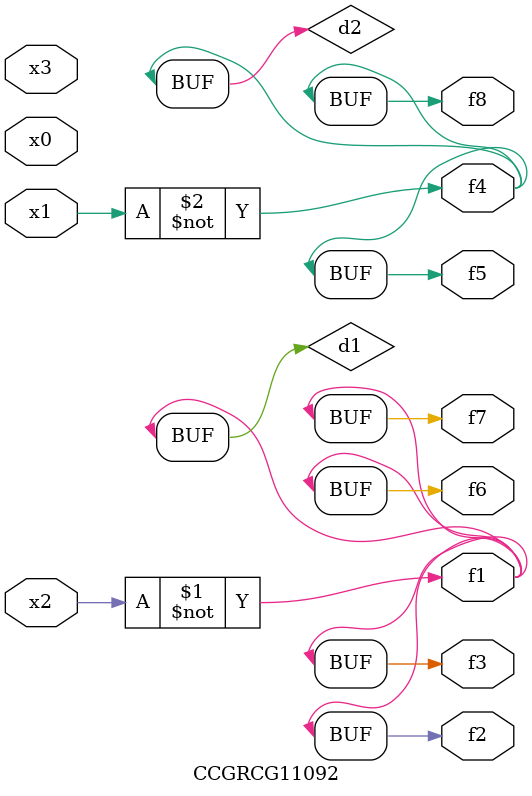
<source format=v>
module CCGRCG11092(
	input x0, x1, x2, x3,
	output f1, f2, f3, f4, f5, f6, f7, f8
);

	wire d1, d2;

	xnor (d1, x2);
	not (d2, x1);
	assign f1 = d1;
	assign f2 = d1;
	assign f3 = d1;
	assign f4 = d2;
	assign f5 = d2;
	assign f6 = d1;
	assign f7 = d1;
	assign f8 = d2;
endmodule

</source>
